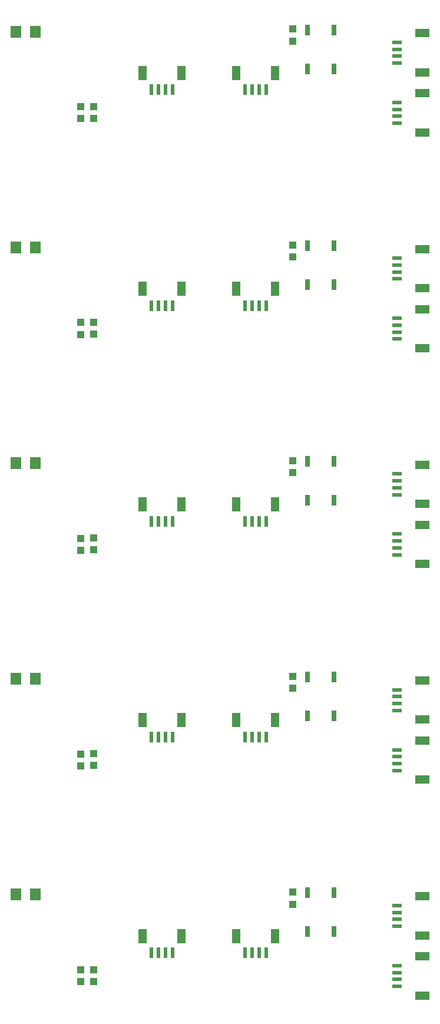
<source format=gtp>
G75*
%MOIN*%
%OFA0B0*%
%FSLAX25Y25*%
%IPPOS*%
%LPD*%
%AMOC8*
5,1,8,0,0,1.08239X$1,22.5*
%
%ADD10R,0.07874X0.04724*%
%ADD11R,0.05315X0.02362*%
%ADD12R,0.03937X0.04331*%
%ADD13R,0.03000X0.06000*%
%ADD14R,0.06299X0.07087*%
%ADD15R,0.02362X0.06102*%
%ADD16R,0.04724X0.07874*%
D10*
X0338801Y0095979D03*
X0338801Y0118027D03*
X0338802Y0129976D03*
X0338802Y0152024D03*
X0338801Y0218058D03*
X0338801Y0240105D03*
X0338802Y0252055D03*
X0338802Y0274102D03*
X0338801Y0340137D03*
X0338801Y0362184D03*
X0338802Y0374134D03*
X0338802Y0396181D03*
X0338801Y0462216D03*
X0338801Y0484263D03*
X0338802Y0496213D03*
X0338802Y0518260D03*
X0338801Y0584294D03*
X0338801Y0606342D03*
X0338802Y0618291D03*
X0338802Y0640339D03*
D11*
X0324333Y0635221D03*
X0324333Y0631284D03*
X0324333Y0627346D03*
X0324333Y0623409D03*
X0324333Y0601224D03*
X0324333Y0597287D03*
X0324333Y0593350D03*
X0324333Y0589413D03*
X0324333Y0513142D03*
X0324333Y0509205D03*
X0324333Y0505268D03*
X0324333Y0501331D03*
X0324333Y0479145D03*
X0324333Y0475208D03*
X0324333Y0471271D03*
X0324333Y0467334D03*
X0324333Y0391063D03*
X0324333Y0387126D03*
X0324333Y0383189D03*
X0324333Y0379252D03*
X0324333Y0357066D03*
X0324333Y0353129D03*
X0324333Y0349192D03*
X0324333Y0345255D03*
X0324333Y0268984D03*
X0324333Y0265047D03*
X0324333Y0261110D03*
X0324333Y0257173D03*
X0324333Y0234987D03*
X0324333Y0231050D03*
X0324333Y0227113D03*
X0324333Y0223176D03*
X0324333Y0146906D03*
X0324333Y0142969D03*
X0324333Y0139031D03*
X0324333Y0135094D03*
X0324333Y0112909D03*
X0324333Y0108972D03*
X0324333Y0105035D03*
X0324333Y0101098D03*
D12*
X0265333Y0147654D03*
X0265333Y0154346D03*
X0265333Y0269732D03*
X0265333Y0276425D03*
X0265333Y0391811D03*
X0265333Y0398504D03*
X0265333Y0513890D03*
X0265333Y0520583D03*
X0265333Y0635969D03*
X0265333Y0642661D03*
X0152703Y0598958D03*
X0152703Y0592265D03*
X0145377Y0592065D03*
X0145377Y0598758D03*
X0145377Y0476679D03*
X0145377Y0469986D03*
X0152703Y0470186D03*
X0152703Y0476879D03*
X0152703Y0354800D03*
X0152703Y0348107D03*
X0145377Y0347907D03*
X0145377Y0354600D03*
X0145377Y0232521D03*
X0145377Y0225828D03*
X0152703Y0226028D03*
X0152703Y0232721D03*
X0152703Y0110643D03*
X0152703Y0103950D03*
X0145377Y0103750D03*
X0145377Y0110443D03*
D13*
X0273833Y0132000D03*
X0288833Y0132000D03*
X0288833Y0154000D03*
X0273833Y0154000D03*
X0273833Y0254079D03*
X0288833Y0254079D03*
X0288833Y0276079D03*
X0273833Y0276079D03*
X0273833Y0376158D03*
X0288833Y0376158D03*
X0288833Y0398158D03*
X0273833Y0398158D03*
X0273833Y0498236D03*
X0288833Y0498236D03*
X0288833Y0520236D03*
X0273833Y0520236D03*
X0273833Y0620315D03*
X0288833Y0620315D03*
X0288833Y0642315D03*
X0273833Y0642315D03*
D14*
X0108822Y0153000D03*
X0119845Y0153000D03*
X0119845Y0275079D03*
X0108822Y0275079D03*
X0108822Y0397158D03*
X0119845Y0397158D03*
X0119845Y0519236D03*
X0108822Y0519236D03*
X0108822Y0641315D03*
X0119845Y0641315D03*
D15*
X0185514Y0608366D03*
X0189451Y0608366D03*
X0193388Y0608366D03*
X0197325Y0608366D03*
X0238514Y0608366D03*
X0242451Y0608366D03*
X0246388Y0608366D03*
X0250325Y0608366D03*
X0250325Y0486287D03*
X0246388Y0486287D03*
X0242451Y0486287D03*
X0238514Y0486287D03*
X0197325Y0486287D03*
X0193388Y0486287D03*
X0189451Y0486287D03*
X0185514Y0486287D03*
X0185514Y0364209D03*
X0189451Y0364209D03*
X0193388Y0364209D03*
X0197325Y0364209D03*
X0238514Y0364209D03*
X0242451Y0364209D03*
X0246388Y0364209D03*
X0250325Y0364209D03*
X0250325Y0242130D03*
X0246388Y0242130D03*
X0242451Y0242130D03*
X0238514Y0242130D03*
X0197325Y0242130D03*
X0193388Y0242130D03*
X0189451Y0242130D03*
X0185514Y0242130D03*
X0185514Y0120051D03*
X0189451Y0120051D03*
X0193388Y0120051D03*
X0197325Y0120051D03*
X0238514Y0120051D03*
X0242451Y0120051D03*
X0246388Y0120051D03*
X0250325Y0120051D03*
D16*
X0255444Y0129598D03*
X0233396Y0129598D03*
X0202444Y0129598D03*
X0180396Y0129598D03*
X0180396Y0251677D03*
X0202444Y0251677D03*
X0233396Y0251677D03*
X0255444Y0251677D03*
X0255444Y0373756D03*
X0233396Y0373756D03*
X0202444Y0373756D03*
X0180396Y0373756D03*
X0180396Y0495835D03*
X0202444Y0495835D03*
X0233396Y0495835D03*
X0255444Y0495835D03*
X0255444Y0617913D03*
X0233396Y0617913D03*
X0202444Y0617913D03*
X0180396Y0617913D03*
M02*

</source>
